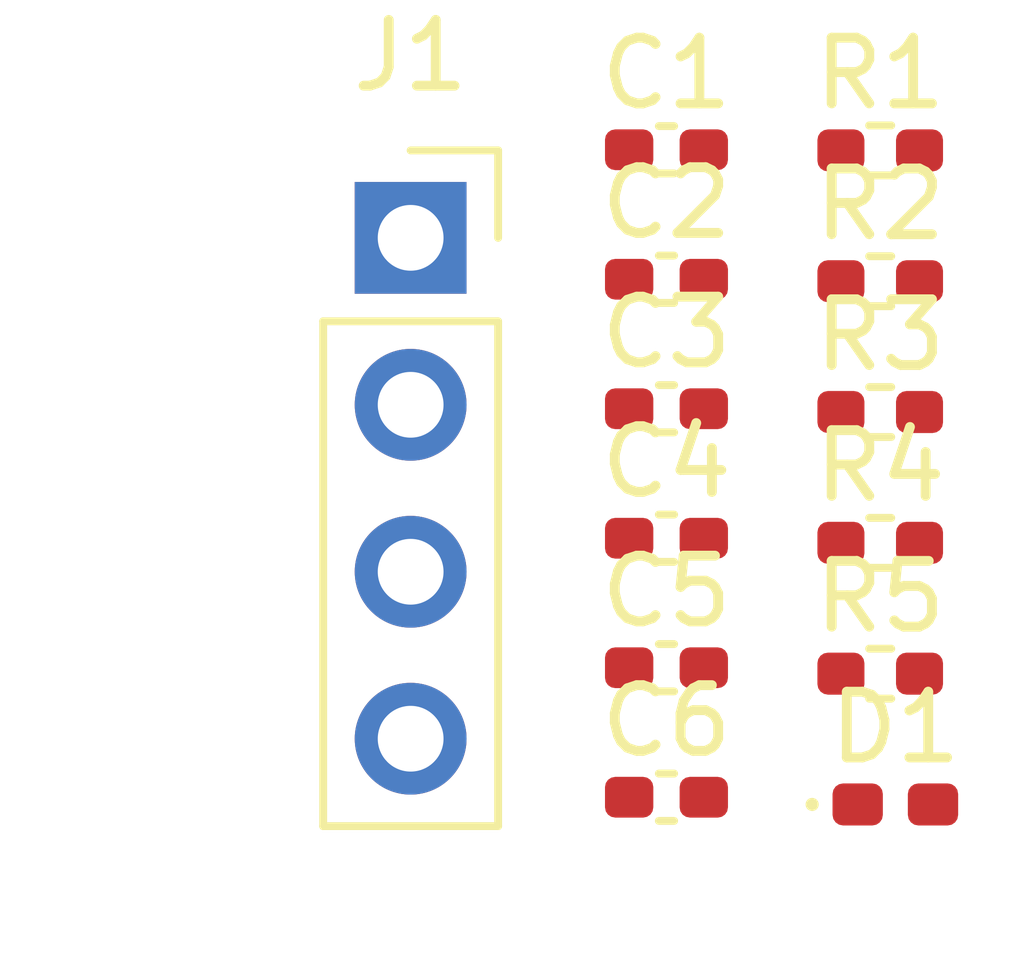
<source format=kicad_pcb>
(kicad_pcb (version 20241229) (generator "pcbnew") (generator_version "9.0")
  (layers (0 "F.Cu" signal) (2 "B.Cu" signal) (13 "F.Paste" user) (15 "B.Paste" user) (5 "F.SilkS" user "F.Silkscreen") (7 "B.SilkS" user "B.Silkscreen") (1 "F.Mask" user) (3 "B.Mask" user) (25 "Edge.Cuts" user))
  (net 0 "")
  (net 1 "+3V3")
  (net 2 "Net-(U1-FB)")
  (net 3 "GND")
  (net 4 "VCC")
  (net 5 "Net-(U1-NR)")
  (net 6 "Net-(D1-A)")
  (net 7 "/SCL")
  (net 8 "/SDA")
  (footprint "Capacitor_SMD:C_0402_1005Metric_Pad0.74x0.62mm_HandSolder" (layer "F.Cu") (at 121.9475 76.54)
    (property "Reference" "C1" (at 0 -1.16 0) (layer "F.SilkS"))
    (property "Value" "15pF")
    (fp_line (start -0.115835 -0.36) (end 0.115835 -0.36) (stroke (width 0.12)) (layer "F.SilkS"))
    (fp_line (start -0.115835 0.36) (end 0.115835 0.36) (stroke (width 0.12)) (layer "F.SilkS"))
    (pad "1" smd roundrect (at -0.5675 0) (size 0.735 0.62) (layers "F.Cu" "F.Mask" "F.Paste") (net 1 "+3V3"))
    (pad "2" smd roundrect (at 0.5675 0) (size 0.735 0.62) (layers "F.Cu" "F.Mask" "F.Paste") (net 2 "Net-(U1-FB)"))
  )
  (footprint "Resistor_SMD:R_0402_1005Metric_Pad0.72x0.64mm_HandSolder" (layer "F.Cu") (at 125.1975 80.53)
    (property "Reference" "R3" (at 0 -1.17 0) (layer "F.SilkS"))
    (property "Value" "10k")
    (fp_line (start -0.167621 -0.38) (end 0.167621 -0.38) (stroke (width 0.12)) (layer "F.SilkS"))
    (fp_line (start -0.167621 0.38) (end 0.167621 0.38) (stroke (width 0.12)) (layer "F.SilkS"))
    (pad "1" smd roundrect (at -0.5975 0) (size 0.715 0.64) (layers "F.Cu" "F.Mask" "F.Paste") (net 1 "+3V3"))
    (pad "2" smd roundrect (at 0.5975 0) (size 0.715 0.64) (layers "F.Cu" "F.Mask" "F.Paste") (net 7 "/SCL"))
  )
  (footprint "Resistor_SMD:R_0402_1005Metric_Pad0.72x0.64mm_HandSolder" (layer "F.Cu") (at 125.1975 76.55)
    (property "Reference" "R1" (at 0 -1.17 0) (layer "F.SilkS"))
    (property "Value" "51k")
    (fp_line (start -0.167621 -0.38) (end 0.167621 -0.38) (stroke (width 0.12)) (layer "F.SilkS"))
    (fp_line (start -0.167621 0.38) (end 0.167621 0.38) (stroke (width 0.12)) (layer "F.SilkS"))
    (pad "1" smd roundrect (at -0.5975 0) (size 0.715 0.64) (layers "F.Cu" "F.Mask" "F.Paste") (net 1 "+3V3"))
    (pad "2" smd roundrect (at 0.5975 0) (size 0.715 0.64) (layers "F.Cu" "F.Mask" "F.Paste") (net 2 "Net-(U1-FB)"))
  )
  (footprint "Capacitor_SMD:C_0402_1005Metric_Pad0.74x0.62mm_HandSolder" (layer "F.Cu") (at 121.9475 78.51)
    (property "Reference" "C2" (at 0 -1.16 0) (layer "F.SilkS"))
    (property "Value" "2.2µF")
    (fp_line (start -0.115835 -0.36) (end 0.115835 -0.36) (stroke (width 0.12)) (layer "F.SilkS"))
    (fp_line (start -0.115835 0.36) (end 0.115835 0.36) (stroke (width 0.12)) (layer "F.SilkS"))
    (pad "1" smd roundrect (at -0.5675 0) (size 0.735 0.62) (layers "F.Cu" "F.Mask" "F.Paste") (net 1 "+3V3"))
    (pad "2" smd roundrect (at 0.5675 0) (size 0.735 0.62) (layers "F.Cu" "F.Mask" "F.Paste") (net 3 "GND"))
  )
  (footprint "Connector_PinSocket_2.54mm:PinSocket_1x04_P2.54mm_Vertical" (layer "F.Cu") (at 118.0575 77.88)
    (property "Reference" "J1" (at 0 -2.77 0) (layer "F.SilkS"))
    (property "Value" "Conn_01x04_Pin")
    (fp_line (start -1.33 1.27) (end -1.33 8.95) (stroke (width 0.12)) (layer "F.SilkS"))
    (fp_line (start -1.33 1.27) (end 1.33 1.27) (stroke (width 0.12)) (layer "F.SilkS"))
    (fp_line (start -1.33 8.95) (end 1.33 8.95) (stroke (width 0.12)) (layer "F.SilkS"))
    (fp_line (start 0 -1.33) (end 1.33 -1.33) (stroke (width 0.12)) (layer "F.SilkS"))
    (fp_line (start 1.33 -1.33) (end 1.33 0) (stroke (width 0.12)) (layer "F.SilkS"))
    (fp_line (start 1.33 1.27) (end 1.33 8.95) (stroke (width 0.12)) (layer "F.SilkS"))
    (pad "1" thru_hole rect (at 0 0) (size 1.7 1.7) (drill 1) (layers "*.Cu" "*.Mask") (net 4 "VCC"))
    (pad "2" thru_hole circle (at 0 2.54) (size 1.7 1.7) (drill 1) (layers "*.Cu" "*.Mask") (net 8 "/SDA"))
    (pad "3" thru_hole circle (at 0 5.08) (size 1.7 1.7) (drill 1) (layers "*.Cu" "*.Mask") (net 7 "/SCL"))
    (pad "4" thru_hole circle (at 0 7.62) (size 1.7 1.7) (drill 1) (layers "*.Cu" "*.Mask") (net 3 "GND"))
  )
  (footprint "Capacitor_SMD:C_0402_1005Metric_Pad0.74x0.62mm_HandSolder" (layer "F.Cu") (at 121.9475 86.39)
    (property "Reference" "C6" (at 0 -1.16 0) (layer "F.SilkS"))
    (property "Value" "100nF")
    (fp_line (start -0.115835 -0.36) (end 0.115835 -0.36) (stroke (width 0.12)) (layer "F.SilkS"))
    (fp_line (start -0.115835 0.36) (end 0.115835 0.36) (stroke (width 0.12)) (layer "F.SilkS"))
    (pad "1" smd roundrect (at -0.5675 0) (size 0.735 0.62) (layers "F.Cu" "F.Mask" "F.Paste") (net 3 "GND"))
    (pad "2" smd roundrect (at 0.5675 0) (size 0.735 0.62) (layers "F.Cu" "F.Mask" "F.Paste") (net 1 "+3V3"))
  )
  (footprint "Capacitor_SMD:C_0402_1005Metric_Pad0.74x0.62mm_HandSolder" (layer "F.Cu") (at 121.9475 84.42)
    (property "Reference" "C5" (at 0 -1.16 0) (layer "F.SilkS"))
    (property "Value" "100nF")
    (fp_line (start -0.115835 -0.36) (end 0.115835 -0.36) (stroke (width 0.12)) (layer "F.SilkS"))
    (fp_line (start -0.115835 0.36) (end 0.115835 0.36) (stroke (width 0.12)) (layer "F.SilkS"))
    (pad "1" smd roundrect (at -0.5675 0) (size 0.735 0.62) (layers "F.Cu" "F.Mask" "F.Paste") (net 3 "GND"))
    (pad "2" smd roundrect (at 0.5675 0) (size 0.735 0.62) (layers "F.Cu" "F.Mask" "F.Paste") (net 1 "+3V3"))
  )
  (footprint "LED_SMD:LED_0402_1005Metric_Pad0.77x0.64mm_HandSolder" (layer "F.Cu") (at 125.4275 86.5)
    (property "Reference" "D1" (at 0 -1.17 0) (layer "F.SilkS"))
    (property "Value" "LED")
    (fp_circle (center -1.265 0) (end -1.215 0) (stroke (width 0.1)) (fill no) (layer "F.SilkS"))
    (pad "1" smd roundrect (at -0.5725 0) (size 0.765 0.64) (layers "F.Cu" "F.Mask" "F.Paste") (net 3 "GND"))
    (pad "2" smd roundrect (at 0.5725 0) (size 0.765 0.64) (layers "F.Cu" "F.Mask" "F.Paste") (net 6 "Net-(D1-A)"))
  )
  (footprint "Resistor_SMD:R_0402_1005Metric_Pad0.72x0.64mm_HandSolder" (layer "F.Cu") (at 125.1975 78.54)
    (property "Reference" "R2" (at 0 -1.17 0) (layer "F.SilkS"))
    (property "Value" "30.1k")
    (fp_line (start -0.167621 -0.38) (end 0.167621 -0.38) (stroke (width 0.12)) (layer "F.SilkS"))
    (fp_line (start -0.167621 0.38) (end 0.167621 0.38) (stroke (width 0.12)) (layer "F.SilkS"))
    (pad "1" smd roundrect (at -0.5975 0) (size 0.715 0.64) (layers "F.Cu" "F.Mask" "F.Paste") (net 2 "Net-(U1-FB)"))
    (pad "2" smd roundrect (at 0.5975 0) (size 0.715 0.64) (layers "F.Cu" "F.Mask" "F.Paste") (net 3 "GND"))
  )
  (footprint "Capacitor_SMD:C_0402_1005Metric_Pad0.74x0.62mm_HandSolder" (layer "F.Cu") (at 121.9475 82.45)
    (property "Reference" "C4" (at 0 -1.16 0) (layer "F.SilkS"))
    (property "Value" "0.01µF")
    (fp_line (start -0.115835 -0.36) (end 0.115835 -0.36) (stroke (width 0.12)) (layer "F.SilkS"))
    (fp_line (start -0.115835 0.36) (end 0.115835 0.36) (stroke (width 0.12)) (layer "F.SilkS"))
    (pad "1" smd roundrect (at -0.5675 0) (size 0.735 0.62) (layers "F.Cu" "F.Mask" "F.Paste") (net 5 "Net-(U1-NR)"))
    (pad "2" smd roundrect (at 0.5675 0) (size 0.735 0.62) (layers "F.Cu" "F.Mask" "F.Paste") (net 3 "GND"))
  )
  (footprint "Resistor_SMD:R_0402_1005Metric_Pad0.72x0.64mm_HandSolder" (layer "F.Cu") (at 125.1975 84.51)
    (property "Reference" "R5" (at 0 -1.17 0) (layer "F.SilkS"))
    (property "Value" "1k")
    (fp_line (start -0.167621 -0.38) (end 0.167621 -0.38) (stroke (width 0.12)) (layer "F.SilkS"))
    (fp_line (start -0.167621 0.38) (end 0.167621 0.38) (stroke (width 0.12)) (layer "F.SilkS"))
    (pad "1" smd roundrect (at -0.5975 0) (size 0.715 0.64) (layers "F.Cu" "F.Mask" "F.Paste") (net 1 "+3V3"))
    (pad "2" smd roundrect (at 0.5975 0) (size 0.715 0.64) (layers "F.Cu" "F.Mask" "F.Paste") (net 6 "Net-(D1-A)"))
  )
  (footprint "Capacitor_SMD:C_0402_1005Metric_Pad0.74x0.62mm_HandSolder" (layer "F.Cu") (at 121.9475 80.48)
    (property "Reference" "C3" (at 0 -1.16 0) (layer "F.SilkS"))
    (property "Value" "1µF")
    (fp_line (start -0.115835 -0.36) (end 0.115835 -0.36) (stroke (width 0.12)) (layer "F.SilkS"))
    (fp_line (start -0.115835 0.36) (end 0.115835 0.36) (stroke (width 0.12)) (layer "F.SilkS"))
    (pad "1" smd roundrect (at -0.5675 0) (size 0.735 0.62) (layers "F.Cu" "F.Mask" "F.Paste") (net 4 "VCC"))
    (pad "2" smd roundrect (at 0.5675 0) (size 0.735 0.62) (layers "F.Cu" "F.Mask" "F.Paste") (net 3 "GND"))
  )
  (footprint "Resistor_SMD:R_0402_1005Metric_Pad0.72x0.64mm_HandSolder" (layer "F.Cu") (at 125.1975 82.52)
    (property "Reference" "R4" (at 0 -1.17 0) (layer "F.SilkS"))
    (property "Value" "10k")
    (fp_line (start -0.167621 -0.38) (end 0.167621 -0.38) (stroke (width 0.12)) (layer "F.SilkS"))
    (fp_line (start -0.167621 0.38) (end 0.167621 0.38) (stroke (width 0.12)) (layer "F.SilkS"))
    (pad "1" smd roundrect (at -0.5975 0) (size 0.715 0.64) (layers "F.Cu" "F.Mask" "F.Paste") (net 1 "+3V3"))
    (pad "2" smd roundrect (at 0.5975 0) (size 0.715 0.64) (layers "F.Cu" "F.Mask" "F.Paste") (net 8 "/SDA"))
  )
)
</source>
